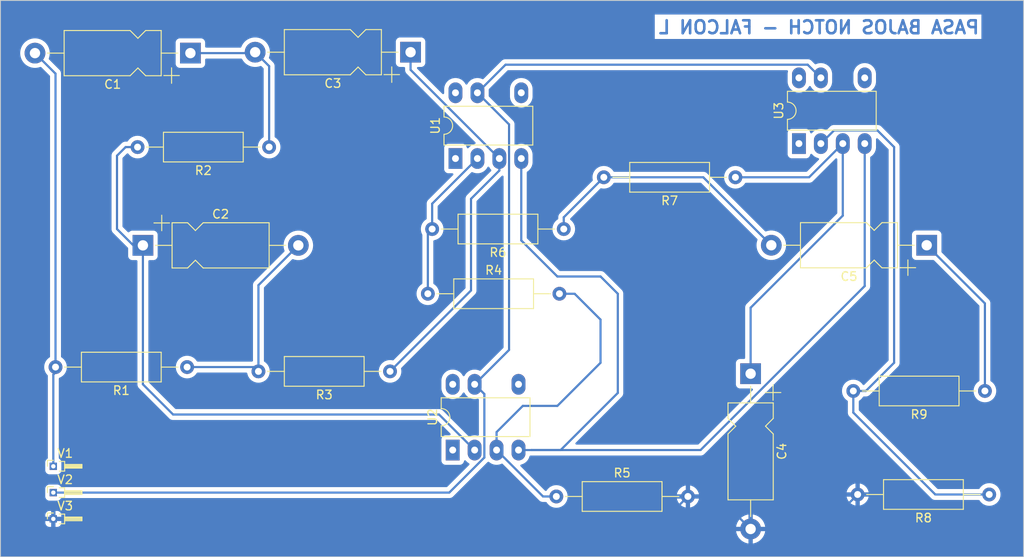
<source format=kicad_pcb>
(kicad_pcb (version 20240108) (generator "pcbnew") (generator_version "8.0")
  (layers (0 "F.Cu" signal) (31 "B.Cu" signal) (34 "B.Paste" user) (35 "F.Paste" user) (36 "B.SilkS" user "B.Silkscreen") (37 "F.SilkS" user "F.Silkscreen") (38 "B.Mask" user) (39 "F.Mask" user) (44 "Edge.Cuts" user))
  (net 0 "")
  (net 1 "Net-(C1-Pad1)")
  (net 2 "Net-(U2--)")
  (net 3 "Net-(C2-Pad2)")
  (net 4 "Net-(U1-+)")
  (net 5 "Net-(U3-+)")
  (net 6 "GND")
  (net 7 "Net-(C5-Pad2)")
  (net 8 "Vout")
  (net 9 "Net-(U1--)")
  (net 10 "Net-(U2-+)")
  (net 11 "Net-(U3--)")
  (net 21 "Net-(C1-Pad2)")
  (net 22 "VEE")
  (net 23 "VCC")
  (footprint "Resistor_THT:R_Axial_DIN0309_L9.0mm_D3.2mm_P15.24mm_Horizontal" (layer "F.Cu") (at 209.015 120.27 180)
    (property "Reference" "R8" (at 7.62 -2.72 0) (layer "F.SilkS"))
    (property "Value" "13K7")
    (fp_line (start 14.2 0) (end 12.24 0) (stroke (width 0.12)) (layer "F.SilkS"))
    (fp_line (start 12.24 1.72) (end 12.24 -1.72) (stroke (width 0.12)) (layer "F.SilkS"))
    (fp_line (start 12.24 -1.72) (end 3 -1.72) (stroke (width 0.12)) (layer "F.SilkS"))
    (fp_line (start 3 1.72) (end 12.24 1.72) (stroke (width 0.12)) (layer "F.SilkS"))
    (fp_line (start 3 -1.72) (end 3 1.72) (stroke (width 0.12)) (layer "F.SilkS"))
    (fp_line (start 1.04 0) (end 3 0) (stroke (width 0.12)) (layer "F.SilkS"))
    (pad "1" thru_hole circle (at 0 0 180) (size 1.6 1.6) (drill 0.8) (layers "*.Cu" "*.Mask") (net 11 "Net-(U3--)"))
    (pad "2" thru_hole oval (at 15.24 0 180) (size 1.6 1.6) (drill 0.8) (layers "*.Cu" "*.Mask") (net 6 "GND"))
  )
  (footprint "Resistor_THT:R_Axial_DIN0309_L9.0mm_D3.2mm_P15.24mm_Horizontal" (layer "F.Cu") (at 144 97)
    (property "Reference" "R4" (at 7.62 -2.72 360) (layer "F.SilkS"))
    (property "Value" "6K09")
    (fp_line (start 1.04 0) (end 3 0) (stroke (width 0.12)) (layer "F.SilkS"))
    (fp_line (start 3 -1.72) (end 3 1.72) (stroke (width 0.12)) (layer "F.SilkS"))
    (fp_line (start 3 1.72) (end 12.24 1.72) (stroke (width 0.12)) (layer "F.SilkS"))
    (fp_line (start 12.24 -1.72) (end 3 -1.72) (stroke (width 0.12)) (layer "F.SilkS"))
    (fp_line (start 12.24 1.72) (end 12.24 -1.72) (stroke (width 0.12)) (layer "F.SilkS"))
    (fp_line (start 14.2 0) (end 12.24 0) (stroke (width 0.12)) (layer "F.SilkS"))
    (pad "1" thru_hole circle (at 0 0) (size 1.6 1.6) (drill 0.8) (layers "*.Cu" "*.Mask") (net 9 "Net-(U1--)"))
    (pad "2" thru_hole oval (at 15.24 0) (size 1.6 1.6) (drill 0.8) (layers "*.Cu" "*.Mask") (net 10 "Net-(U2-+)"))
  )
  (footprint "Package_DIP:PowerIntegrations_PDIP-8B" (layer "F.Cu") (at 147.2 81.325 90)
    (property "Reference" "U1" (at 3.81 -2.33 90) (layer "F.SilkS"))
    (property "Value" "TL081")
    (fp_line (start 6.06 -1.33) (end 4.81 -1.33) (stroke (width 0.12)) (layer "F.SilkS"))
    (fp_line (start 2.81 -1.33) (end 1.56 -1.33) (stroke (width 0.12)) (layer "F.SilkS"))
    (fp_line (start 1.56 -1.33) (end 1.56 8.95) (stroke (width 0.12)) (layer "F.SilkS"))
    (fp_line (start 6.06 8.95) (end 6.06 -1.33) (stroke (width 0.12)) (layer "F.SilkS"))
    (fp_line (start 1.56 8.95) (end 6.06 8.95) (stroke (width 0.12)) (layer "F.SilkS"))
    (fp_arc (start 4.81 -1.33) (mid 3.81 -0.33) (end 2.81 -1.33) (stroke (width 0.12)) (layer "F.SilkS"))
    (pad "1" thru_hole rect (at 0 0 90) (size 2.4 1.6) (drill 0.8) (layers "*.Cu" "*.Mask"))
    (pad "2" thru_hole oval (at 0 2.54 90) (size 2.4 1.6) (drill 0.8) (layers "*.Cu" "*.Mask") (net 9 "Net-(U1--)"))
    (pad "3" thru_hole oval (at 0 5.08 90) (size 2.4 1.6) (drill 0.8) (layers "*.Cu" "*.Mask") (net 4 "Net-(U1-+)"))
    (pad "4" thru_hole oval (at 0 7.62 90) (size 2.4 1.6) (drill 0.8) (layers "*.Cu" "*.Mask") (net 22 "VEE"))
    (pad "5" thru_hole oval (at 7.62 7.62 90) (size 2.4 1.6) (drill 0.8) (layers "*.Cu" "*.Mask"))
    (pad "7" thru_hole oval (at 7.62 2.54 90) (size 2.4 1.6) (drill 0.8) (layers "*.Cu" "*.Mask") (net 23 "VCC"))
    (pad "8" thru_hole oval (at 7.62 0 90) (size 2.4 1.6) (drill 0.8) (layers "*.Cu" "*.Mask"))
  )
  (footprint "Resistor_THT:R_Axial_DIN0309_L9.0mm_D3.2mm_P15.24mm_Horizontal" (layer "F.Cu") (at 159.74 89.5 180)
    (property "Reference" "R6" (at 7.62 -2.72 0) (layer "F.SilkS"))
    (property "Value" "13K7")
    (fp_line (start 14.2 0) (end 12.24 0) (stroke (width 0.12)) (layer "F.SilkS"))
    (fp_line (start 12.24 1.72) (end 12.24 -1.72) (stroke (width 0.12)) (layer "F.SilkS"))
    (fp_line (start 12.24 -1.72) (end 3 -1.72) (stroke (width 0.12)) (layer "F.SilkS"))
    (fp_line (start 3 1.72) (end 12.24 1.72) (stroke (width 0.12)) (layer "F.SilkS"))
    (fp_line (start 3 -1.72) (end 3 1.72) (stroke (width 0.12)) (layer "F.SilkS"))
    (fp_line (start 1.04 0) (end 3 0) (stroke (width 0.12)) (layer "F.SilkS"))
    (pad "1" thru_hole circle (at 0 0 180) (size 1.6 1.6) (drill 0.8) (layers "*.Cu" "*.Mask") (net 7 "Net-(C5-Pad2)"))
    (pad "2" thru_hole oval (at 15.24 0 180) (size 1.6 1.6) (drill 0.8) (layers "*.Cu" "*.Mask") (net 9 "Net-(U1--)"))
  )
  (footprint "Resistor_THT:R_Axial_DIN0309_L9.0mm_D3.2mm_P15.24mm_Horizontal" (layer "F.Cu") (at 139.62 106 180)
    (property "Reference" "R3" (at 7.62 -2.72 0) (layer "F.SilkS"))
    (property "Value" "200K")
    (fp_line (start 14.2 0) (end 12.24 0) (stroke (width 0.12)) (layer "F.SilkS"))
    (fp_line (start 12.24 1.72) (end 12.24 -1.72) (stroke (width 0.12)) (layer "F.SilkS"))
    (fp_line (start 12.24 -1.72) (end 3 -1.72) (stroke (width 0.12)) (layer "F.SilkS"))
    (fp_line (start 3 1.72) (end 12.24 1.72) (stroke (width 0.12)) (layer "F.SilkS"))
    (fp_line (start 3 -1.72) (end 3 1.72) (stroke (width 0.12)) (layer "F.SilkS"))
    (fp_line (start 1.04 0) (end 3 0) (stroke (width 0.12)) (layer "F.SilkS"))
    (pad "1" thru_hole circle (at 0 0 180) (size 1.6 1.6) (drill 0.8) (layers "*.Cu" "*.Mask") (net 4 "Net-(U1-+)"))
    (pad "2" thru_hole oval (at 15.24 0 180) (size 1.6 1.6) (drill 0.8) (layers "*.Cu" "*.Mask") (net 3 "Net-(C2-Pad2)"))
  )
  (footprint "Resistor_THT:R_Axial_DIN0309_L9.0mm_D3.2mm_P15.24mm_Horizontal" (layer "F.Cu") (at 116.12 105.5 180)
    (property "Reference" "R1" (at 7.62 -2.72 0) (layer "F.SilkS"))
    (property "Value" "200K")
    (fp_line (start 14.2 0) (end 12.24 0) (stroke (width 0.12)) (layer "F.SilkS"))
    (fp_line (start 12.24 1.72) (end 12.24 -1.72) (stroke (width 0.12)) (layer "F.SilkS"))
    (fp_line (start 12.24 -1.72) (end 3 -1.72) (stroke (width 0.12)) (layer "F.SilkS"))
    (fp_line (start 3 1.72) (end 12.24 1.72) (stroke (width 0.12)) (layer "F.SilkS"))
    (fp_line (start 3 -1.72) (end 3 1.72) (stroke (width 0.12)) (layer "F.SilkS"))
    (fp_line (start 1.04 0) (end 3 0) (stroke (width 0.12)) (layer "F.SilkS"))
    (pad "1" thru_hole circle (at 0 0 180) (size 1.6 1.6) (drill 0.8) (layers "*.Cu" "*.Mask") (net 3 "Net-(C2-Pad2)"))
    (pad "2" thru_hole oval (at 15.24 0 180) (size 1.6 1.6) (drill 0.8) (layers "*.Cu" "*.Mask") (net 21 "Net-(C1-Pad2)"))
  )
  (footprint "Package_DIP:PowerIntegrations_PDIP-8B" (layer "F.Cu") (at 186.975 79.595 90)
    (property "Reference" "U3" (at 3.81 -2.33 90) (layer "F.SilkS"))
    (property "Value" "TL081")
    (fp_line (start 6.06 -1.33) (end 4.81 -1.33) (stroke (width 0.12)) (layer "F.SilkS"))
    (fp_line (start 2.81 -1.33) (end 1.56 -1.33) (stroke (width 0.12)) (layer "F.SilkS"))
    (fp_line (start 1.56 -1.33) (end 1.56 8.95) (stroke (width 0.12)) (layer "F.SilkS"))
    (fp_line (start 6.06 8.95) (end 6.06 -1.33) (stroke (width 0.12)) (layer "F.SilkS"))
    (fp_line (start 1.56 8.95) (end 6.06 8.95) (stroke (width 0.12)) (layer "F.SilkS"))
    (fp_arc (start 4.81 -1.33) (mid 3.81 -0.33) (end 2.81 -1.33) (stroke (width 0.12)) (layer "F.SilkS"))
    (pad "1" thru_hole rect (at 0 0 90) (size 2.4 1.6) (drill 0.8) (layers "*.Cu" "*.Mask"))
    (pad "2" thru_hole oval (at 0 2.54 90) (size 2.4 1.6) (drill 0.8) (layers "*.Cu" "*.Mask") (net 11 "Net-(U3--)"))
    (pad "3" thru_hole oval (at 0 5.08 90) (size 2.4 1.6) (drill 0.8) (layers "*.Cu" "*.Mask") (net 5 "Net-(U3-+)"))
    (pad "4" thru_hole oval (at 0 7.62 90) (size 2.4 1.6) (drill 0.8) (layers "*.Cu" "*.Mask") (net 22 "VEE"))
    (pad "5" thru_hole oval (at 7.62 7.62 90) (size 2.4 1.6) (drill 0.8) (layers "*.Cu" "*.Mask"))
    (pad "7" thru_hole oval (at 7.62 2.54 90) (size 2.4 1.6) (drill 0.8) (layers "*.Cu" "*.Mask") (net 23 "VCC"))
    (pad "8" thru_hole oval (at 7.62 0 90) (size 2.4 1.6) (drill 0.8) (layers "*.Cu" "*.Mask"))
  )
  (footprint "Connector_PinHeader_1.00mm:PinHeader_1x01_P1.00mm_Horizontal" (layer "F.Cu") (at 100.625 120.05)
    (property "Reference" "V2" (at 1.375 -1.5 0) (layer "F.SilkS"))
    (property "Value" "5")
    (fp_line (start -0.685 -0.685) (end 0 -0.685) (stroke (width 0.12)) (layer "F.SilkS"))
    (fp_line (start -0.685 0) (end -0.685 -0.685) (stroke (width 0.12)) (layer "F.SilkS"))
    (fp_line (start 0.685 -0.56) (end 1.31 -0.56) (stroke (width 0.12)) (layer "F.SilkS"))
    (fp_line (start 1.31 -0.56) (end 1.31 0.56) (stroke (width 0.12)) (layer "F.SilkS"))
    (fp_line (start 1.31 -0.21) (end 3.31 -0.21) (stroke (width 0.12)) (layer "F.SilkS"))
    (fp_line (start 1.31 -0.15) (end 3.31 -0.15) (stroke (width 0.12)) (layer "F.SilkS"))
    (fp_line (start 1.31 -0.03) (end 3.31 -0.03) (stroke (width 0.12)) (layer "F.SilkS"))
    (fp_line (start 1.31 0.09) (end 3.31 0.09) (stroke (width 0.12)) (layer "F.SilkS"))
    (fp_line (start 1.31 0.56) (end 0.685 0.56) (stroke (width 0.12)) (layer "F.SilkS"))
    (fp_line (start 3.31 -0.21) (end 3.31 0.21) (stroke (width 0.12)) (layer "F.SilkS"))
    (fp_line (start 3.31 0.21) (end 1.31 0.21) (stroke (width 0.12)) (layer "F.SilkS"))
    (pad "1" thru_hole rect (at 0 0) (size 0.85 0.85) (drill 0.5) (layers "*.Cu" "*.Mask") (net 23 "VCC"))
  )
  (footprint "Capacitor_THT:CP_Axial_L11.0mm_D5.0mm_P18.00mm_Horizontal" (layer "F.Cu") (at 181.3825 106.27 -90)
    (property "Reference" "C4" (at 9 -3.62 90) (layer "F.SilkS"))
    (property "Value" "10n")
    (fp_line (start 3.38 2.62) (end 5.18 2.62) (stroke (width 0.12)) (layer "F.SilkS"))
    (fp_line (start 5.18 2.62) (end 6.08 1.72) (stroke (width 0.12)) (layer "F.SilkS"))
    (fp_line (start 6.98 2.62) (end 14.62 2.62) (stroke (width 0.12)) (layer "F.SilkS"))
    (fp_line (start 6.08 1.72) (end 6.98 2.62) (stroke (width 0.12)) (layer "F.SilkS"))
    (fp_line (start 1.44 0) (end 3.38 0) (stroke (width 0.12)) (layer "F.SilkS"))
    (fp_line (start 16.56 0) (end 14.62 0) (stroke (width 0.12)) (layer "F.SilkS"))
    (fp_line (start 6.08 -1.72) (end 6.98 -2.62) (stroke (width 0.12)) (layer "F.SilkS"))
    (fp_line (start 1.28 -2.6) (end 3.08 -2.6) (stroke (width 0.12)) (layer "F.SilkS"))
    (fp_line (start 3.38 -2.62) (end 3.38 2.62) (stroke (width 0.12)) (layer "F.SilkS"))
    (fp_line (start 3.38 -2.62) (end 5.18 -2.62) (stroke (width 0.12)) (layer "F.SilkS"))
    (fp_line (start 5.18 -2.62) (end 6.08 -1.72) (stroke (width 0.12)) (layer "F.SilkS"))
    (fp_line (start 6.98 -2.62) (end 14.62 -2.62) (stroke (width 0.12)) (layer "F.SilkS"))
    (fp_line (start 14.62 -2.62) (end 14.62 2.62) (stroke (width 0.12)) (layer "F.SilkS"))
    (fp_line (start 2.18 -3.5) (end 2.18 -1.7) (stroke (width 0.12)) (layer "F.SilkS"))
    (pad "1" thru_hole rect (at 0 0 270) (size 2.4 2.4) (drill 1.2) (layers "*.Cu" "*.Mask") (net 5 "Net-(U3-+)"))
    (pad "2" thru_hole oval (at 18 0 270) (size 2.4 2.4) (drill 1.2) (layers "*.Cu" "*.Mask") (net 6 "GND"))
  )
  (footprint "Resistor_THT:R_Axial_DIN0309_L9.0mm_D3.2mm_P15.24mm_Horizontal" (layer "F.Cu") (at 179.62 83.5 180)
    (property "Reference" "R7" (at 7.62 -2.72 0) (layer "F.SilkS"))
    (property "Value" "13K7")
    (fp_line (start 14.2 0) (end 12.24 0) (stroke (width 0.12)) (layer "F.SilkS"))
    (fp_line (start 12.24 1.72) (end 12.24 -1.72) (stroke (width 0.12)) (layer "F.SilkS"))
    (fp_line (start 12.24 -1.72) (end 3 -1.72) (stroke (width 0.12)) (layer "F.SilkS"))
    (fp_line (start 3 1.72) (end 12.24 1.72) (stroke (width 0.12)) (layer "F.SilkS"))
    (fp_line (start 3 -1.72) (end 3 1.72) (stroke (width 0.12)) (layer "F.SilkS"))
    (fp_line (start 1.04 0) (end 3 0) (stroke (width 0.12)) (layer "F.SilkS"))
    (pad "1" thru_hole circle (at 0 0 180) (size 1.6 1.6) (drill 0.8) (layers "*.Cu" "*.Mask") (net 5 "Net-(U3-+)"))
    (pad "2" thru_hole oval (at 15.24 0 180) (size 1.6 1.6) (drill 0.8) (layers "*.Cu" "*.Mask") (net 7 "Net-(C5-Pad2)"))
  )
  (footprint "Resistor_THT:R_Axial_DIN0309_L9.0mm_D3.2mm_P15.24mm_Horizontal" (layer "F.Cu") (at 158.88 120.5)
    (property "Reference" "R5" (at 7.62 -2.72 360) (layer "F.SilkS"))
    (property "Value" "93K1")
    (fp_line (start 1.04 0) (end 3 0) (stroke (width 0.12)) (layer "F.SilkS"))
    (fp_line (start 3 -1.72) (end 3 1.72) (stroke (width 0.12)) (layer "F.SilkS"))
    (fp_line (start 3 1.72) (end 12.24 1.72) (stroke (width 0.12)) (layer "F.SilkS"))
    (fp_line (start 12.24 -1.72) (end 3 -1.72) (stroke (width 0.12)) (layer "F.SilkS"))
    (fp_line (start 12.24 1.72) (end 12.24 -1.72) (stroke (width 0.12)) (layer "F.SilkS"))
    (fp_line (start 14.2 0) (end 12.24 0) (stroke (width 0.12)) (layer "F.SilkS"))
    (pad "1" thru_hole circle (at 0 0) (size 1.6 1.6) (drill 0.8) (layers "*.Cu" "*.Mask") (net 10 "Net-(U2-+)"))
    (pad "2" thru_hole oval (at 15.24 0) (size 1.6 1.6) (drill 0.8) (layers "*.Cu" "*.Mask") (net 6 "GND"))
  )
  (footprint "Resistor_THT:R_Axial_DIN0309_L9.0mm_D3.2mm_P15.24mm_Horizontal" (layer "F.Cu") (at 125.62 80 180)
    (property "Reference" "R2" (at 7.62 -2.72 0) (layer "F.SilkS"))
    (property "Value" "100K")
    (fp_line (start 14.2 0) (end 12.24 0) (stroke (width 0.12)) (layer "F.SilkS"))
    (fp_line (start 12.24 1.72) (end 12.24 -1.72) (stroke (width 0.12)) (layer "F.SilkS"))
    (fp_line (start 12.24 -1.72) (end 3 -1.72) (stroke (width 0.12)) (layer "F.SilkS"))
    (fp_line (start 3 1.72) (end 12.24 1.72) (stroke (width 0.12)) (layer "F.SilkS"))
    (fp_line (start 3 -1.72) (end 3 1.72) (stroke (width 0.12)) (layer "F.SilkS"))
    (fp_line (start 1.04 0) (end 3 0) (stroke (width 0.12)) (layer "F.SilkS"))
    (pad "1" thru_hole circle (at 0 0 180) (size 1.6 1.6) (drill 0.8) (layers "*.Cu" "*.Mask") (net 1 "Net-(C1-Pad1)"))
    (pad "2" thru_hole oval (at 15.24 0 180) (size 1.6 1.6) (drill 0.8) (layers "*.Cu" "*.Mask") (net 2 "Net-(U2--)"))
  )
  (footprint "Resistor_THT:R_Axial_DIN0309_L9.0mm_D3.2mm_P15.24mm_Horizontal" (layer "F.Cu") (at 208.515 108.27 180)
    (property "Reference" "R9" (at 7.62 -2.72 0) (layer "F.SilkS"))
    (property "Value" "5K3")
    (fp_line (start 14.2 0) (end 12.24 0) (stroke (width 0.12)) (layer "F.SilkS"))
    (fp_line (start 12.24 1.72) (end 12.24 -1.72) (stroke (width 0.12)) (layer "F.SilkS"))
    (fp_line (start 12.24 -1.72) (end 3 -1.72) (stroke (width 0.12)) (layer "F.SilkS"))
    (fp_line (start 3 1.72) (end 12.24 1.72) (stroke (width 0.12)) (layer "F.SilkS"))
    (fp_line (start 3 -1.72) (end 3 1.72) (stroke (width 0.12)) (layer "F.SilkS"))
    (fp_line (start 1.04 0) (end 3 0) (stroke (width 0.12)) (layer "F.SilkS"))
    (pad "1" thru_hole circle (at 0 0 180) (size 1.6 1.6) (drill 0.8) (layers "*.Cu" "*.Mask") (net 8 "Vout"))
    (pad "2" thru_hole oval (at 15.24 0 180) (size 1.6 1.6) (drill 0.8) (layers "*.Cu" "*.Mask") (net 11 "Net-(U3--)"))
  )
  (footprint "Capacitor_THT:CP_Axial_L11.0mm_D5.0mm_P18.00mm_Horizontal" (layer "F.Cu") (at 116.5 69.1075 180)
    (property "Reference" "C1" (at 9 -3.62 0) (layer "F.SilkS"))
    (property "Value" "10n")
    (fp_line (start 16.56 0) (end 14.62 0) (stroke (width 0.12)) (layer "F.SilkS"))
    (fp_line (start 14.62 -2.62) (end 14.62 2.62) (stroke (width 0.12)) (layer "F.SilkS"))
    (fp_line (start 6.98 2.62) (end 14.62 2.62) (stroke (width 0.12)) (layer "F.SilkS"))
    (fp_line (start 6.98 -2.62) (end 14.62 -2.62) (stroke (width 0.12)) (layer "F.SilkS"))
    (fp_line (start 6.08 1.72) (end 6.98 2.62) (stroke (width 0.12)) (layer "F.SilkS"))
    (fp_line (start 6.08 -1.72) (end 6.98 -2.62) (stroke (width 0.12)) (layer "F.SilkS"))
    (fp_line (start 5.18 2.62) (end 6.08 1.72) (stroke (width 0.12)) (layer "F.SilkS"))
    (fp_line (start 5.18 -2.62) (end 6.08 -1.72) (stroke (width 0.12)) (layer "F.SilkS"))
    (fp_line (start 3.38 2.62) (end 5.18 2.62) (stroke (width 0.12)) (layer "F.SilkS"))
    (fp_line (start 3.38 -2.62) (end 5.18 -2.62) (stroke (width 0.12)) (layer "F.SilkS"))
    (fp_line (start 3.38 -2.62) (end 3.38 2.62) (stroke (width 0.12)) (layer "F.SilkS"))
    (fp_line (start 2.18 -3.5) (end 2.18 -1.7) (stroke (width 0.12)) (layer "F.SilkS"))
    (fp_line (start 1.44 0) (end 3.38 0) (stroke (width 0.12)) (layer "F.SilkS"))
    (fp_line (start 1.28 -2.6) (end 3.08 -2.6) (stroke (width 0.12)) (layer "F.SilkS"))
    (pad "1" thru_hole rect (at 0 0 180) (size 2.4 2.4) (drill 1.2) (layers "*.Cu" "*.Mask") (net 1 "Net-(C1-Pad1)"))
    (pad "2" thru_hole oval (at 18 0 180) (size 2.4 2.4) (drill 1.2) (layers "*.Cu" "*.Mask") (net 21 "Net-(C1-Pad2)"))
  )
  (footprint "Capacitor_THT:CP_Axial_L11.0mm_D5.0mm_P18.00mm_Horizontal" (layer "F.Cu") (at 111 91.3925)
    (property "Reference" "C2" (at 9 -3.62 0) (layer "F.SilkS"))
    (property "Value" "C")
    (fp_line (start 1.28 -2.6) (end 3.08 -2.6) (stroke (width 0.12)) (layer "F.SilkS"))
    (fp_line (start 1.44 0) (end 3.38 0) (stroke (width 0.12)) (layer "F.SilkS"))
    (fp_line (start 2.18 -3.5) (end 2.18 -1.7) (stroke (width 0.12)) (layer "F.SilkS"))
    (fp_line (start 3.38 -2.62) (end 3.38 2.62) (stroke (width 0.12)) (layer "F.SilkS"))
    (fp_line (start 3.38 -2.62) (end 5.18 -2.62) (stroke (width 0.12)) (layer "F.SilkS"))
    (fp_line (start 3.38 2.62) (end 5.18 2.62) (stroke (width 0.12)) (layer "F.SilkS"))
    (fp_line (start 5.18 -2.62) (end 6.08 -1.72) (stroke (width 0.12)) (layer "F.SilkS"))
    (fp_line (start 5.18 2.62) (end 6.08 1.72) (stroke (width 0.12)) (layer "F.SilkS"))
    (fp_line (start 6.08 -1.72) (end 6.98 -2.62) (stroke (width 0.12)) (layer "F.SilkS"))
    (fp_line (start 6.08 1.72) (end 6.98 2.62) (stroke (width 0.12)) (layer "F.SilkS"))
    (fp_line (start 6.98 -2.62) (end 14.62 -2.62) (stroke (width 0.12)) (layer "F.SilkS"))
    (fp_line (start 6.98 2.62) (end 14.62 2.62) (stroke (width 0.12)) (layer "F.SilkS"))
    (fp_line (start 14.62 -2.62) (end 14.62 2.62) (stroke (width 0.12)) (layer "F.SilkS"))
    (fp_line (start 16.56 0) (end 14.62 0) (stroke (width 0.12)) (layer "F.SilkS"))
    (pad "1" thru_hole rect (at 0 0) (size 2.4 2.4) (drill 1.2) (layers "*.Cu" "*.Mask") (net 2 "Net-(U2--)"))
    (pad "2" thru_hole oval (at 18 0) (size 2.4 2.4) (drill 1.2) (layers "*.Cu" "*.Mask") (net 3 "Net-(C2-Pad2)"))
  )
  (footprint "Package_DIP:PowerIntegrations_PDIP-8B" (layer "F.Cu") (at 146.88 115.12 90)
    (property "Reference" "U2" (at 3.81 -2.33 90) (layer "F.SilkS"))
    (property "Value" "TL081")
    (fp_line (start 6.06 -1.33) (end 4.81 -1.33) (stroke (width 0.12)) (layer "F.SilkS"))
    (fp_line (start 2.81 -1.33) (end 1.56 -1.33) (stroke (width 0.12)) (layer "F.SilkS"))
    (fp_line (start 1.56 -1.33) (end 1.56 8.95) (stroke (width 0.12)) (layer "F.SilkS"))
    (fp_line (start 6.06 8.95) (end 6.06 -1.33) (stroke (width 0.12)) (layer "F.SilkS"))
    (fp_line (start 1.56 8.95) (end 6.06 8.95) (stroke (width 0.12)) (layer "F.SilkS"))
    (fp_arc (start 4.81 -1.33) (mid 3.81 -0.33) (end 2.81 -1.33) (stroke (width 0.12)) (layer "F.SilkS"))
    (pad "1" thru_hole rect (at 0 0 90) (size 2.4 1.6) (drill 0.8) (layers "*.Cu" "*.Mask"))
    (pad "2" thru_hole oval (at 0 2.54 90) (size 2.4 1.6) (drill 0.8) (layers "*.Cu" "*.Mask") (net 2 "Net-(U2--)"))
    (pad "3" thru_hole oval (at 0 5.08 90) (size 2.4 1.6) (drill 0.8) (layers "*.Cu" "*.Mask") (net 10 "Net-(U2-+)"))
    (pad "4" thru_hole oval (at 0 7.62 90) (size 2.4 1.6) (drill 0.8) (layers "*.Cu" "*.Mask") (net 22 "VEE"))
    (pad "5" thru_hole oval (at 7.62 7.62 90) (size 2.4 1.6) (drill 0.8) (layers "*.Cu" "*.Mask"))
    (pad "7" thru_hole oval (at 7.62 2.54 90) (size 2.4 1.6) (drill 0.8) (layers "*.Cu" "*.Mask") (net 23 "VCC"))
    (pad "8" thru_hole oval (at 7.62 0 90) (size 2.4 1.6) (drill 0.8) (layers "*.Cu" "*.Mask"))
  )
  (footprint "Capacitor_THT:CP_Axial_L11.0mm_D5.0mm_P18.00mm_Horizontal" (layer "F.Cu") (at 201.775 91.3775 180)
    (property "Reference" "C5" (at 9 -3.62 0) (layer "F.SilkS"))
    (property "Value" "10n")
    (fp_line (start 16.56 0) (end 14.62 0) (stroke (width 0.12)) (layer "F.SilkS"))
    (fp_line (start 14.62 -2.62) (end 14.62 2.62) (stroke (width 0.12)) (layer "F.SilkS"))
    (fp_line (start 6.98 2.62) (end 14.62 2.62) (stroke (width 0.12)) (layer "F.SilkS"))
    (fp_line (start 6.98 -2.62) (end 14.62 -2.62) (stroke (width 0.12)) (layer "F.SilkS"))
    (fp_line (start 6.08 1.72) (end 6.98 2.62) (stroke (width 0.12)) (layer "F.SilkS"))
    (fp_line (start 6.08 -1.72) (end 6.98 -2.62) (stroke (width 0.12)) (layer "F.SilkS"))
    (fp_line (start 5.18 2.62) (end 6.08 1.72) (stroke (width 0.12)) (layer "F.SilkS"))
    (fp_line (start 5.18 -2.62) (end 6.08 -1.72) (stroke (width 0.12)) (layer "F.SilkS"))
    (fp_line (start 3.38 2.62) (end 5.18 2.62) (stroke (width 0.12)) (layer "F.SilkS"))
    (fp_line (start 3.38 -2.62) (end 5.18 -2.62) (stroke (width 0.12)) (layer "F.SilkS"))
    (fp_line (start 3.38 -2.62) (end 3.38 2.62) (stroke (width 0.12)) (layer "F.SilkS"))
    (fp_line (start 2.18 -3.5) (end 2.18 -1.7) (stroke (width 0.12)) (layer "F.SilkS"))
    (fp_line (start 1.44 0) (end 3.38 0) (stroke (width 0.12)) (layer "F.SilkS"))
    (fp_line (start 1.28 -2.6) (end 3.08 -2.6) (stroke (width 0.12)) (layer "F.SilkS"))
    (pad "1" thru_hole rect (at 0 0 180) (size 2.4 2.4) (drill 1.2) (layers "*.Cu" "*.Mask") (net 8 "Vout"))
    (pad "2" thru_hole oval (at 18 0 180) (size 2.4 2.4) (drill 1.2) (layers "*.Cu" "*.Mask") (net 7 "Net-(C5-Pad2)"))
  )
  (footprint "Capacitor_THT:CP_Axial_L11.0mm_D5.0mm_P18.00mm_Horizontal" (layer "F.Cu") (at 142 69 180)
    (property "Reference" "C3" (at 9 -3.62 0) (layer "F.SilkS"))
    (property "Value" "10n")
    (fp_line (start 16.56 0) (end 14.62 0) (stroke (width 0.12)) (layer "F.SilkS"))
    (fp_line (start 14.62 -2.62) (end 14.62 2.62) (stroke (width 0.12)) (layer "F.SilkS"))
    (fp_line (start 6.98 2.62) (end 14.62 2.62) (stroke (width 0.12)) (layer "F.SilkS"))
    (fp_line (start 6.98 -2.62) (end 14.62 -2.62) (stroke (width 0.12)) (layer "F.SilkS"))
    (fp_line (start 6.08 1.72) (end 6.98 2.62) (stroke (width 0.12)) (layer "F.SilkS"))
    (fp_line (start 6.08 -1.72) (end 6.98 -2.62) (stroke (width 0.12)) (layer "F.SilkS"))
    (fp_line (start 5.18 2.62) (end 6.08 1.72) (stroke (width 0.12)) (layer "F.SilkS"))
    (fp_line (start 5.18 -2.62) (end 6.08 -1.72) (stroke (width 0.12)) (layer "F.SilkS"))
    (fp_line (start 3.38 2.62) (end 5.18 2.62) (stroke (width 0.12)) (layer "F.SilkS"))
    (fp_line (start 3.38 -2.62) (end 5.18 -2.62) (stroke (width 0.12)) (layer "F.SilkS"))
    (fp_line (start 3.38 -2.62) (end 3.38 2.62) (stroke (width 0.12)) (layer "F.SilkS"))
    (fp_line (start 2.18 -3.5) (end 2.18 -1.7) (stroke (width 0.12)) (layer "F.SilkS"))
    (fp_line (start 1.44 0) (end 3.38 0) (stroke (width 0.12)) (layer "F.SilkS"))
    (fp_line (start 1.28 -2.6) (end 3.08 -2.6) (stroke (width 0.12)) (layer "F.SilkS"))
    (pad "1" thru_hole rect (at 0 0 180) (size 2.4 2.4) (drill 1.2) (layers "*.Cu" "*.Mask") (net 4 "Net-(U1-+)"))
    (pad "2" thru_hole oval (at 18 0 180) (size 2.4 2.4) (drill 1.2) (layers "*.Cu" "*.Mask") (net 1 "Net-(C1-Pad1)"))
  )
  (footprint "Connector_PinHeader_1.00mm:PinHeader_1x01_P1.00mm_Horizontal" (layer "F.Cu") (at 100.625 117)
    (property "Reference" "V1" (at 1.375 -1.5 0) (layer "F.SilkS"))
    (property "Value" "1")
    (fp_line (start -0.685 -0.685) (end 0 -0.685) (stroke (width 0.12)) (layer "F.SilkS"))
    (fp_line (start -0.685 0) (end -0.685 -0.685) (stroke (width 0.12)) (layer "F.SilkS"))
    (fp_line (start 0.685 -0.56) (end 1.31 -0.56) (stroke (width 0.12)) (layer "F.SilkS"))
    (fp_line (start 1.31 -0.56) (end 1.31 0.56) (stroke (width 0.12)) (layer "F.SilkS"))
    (fp_line (start 1.31 -0.21) (end 3.31 -0.21) (stroke (width 0.12)) (layer "F.SilkS"))
    (fp_line (start 1.31 -0.15) (end 3.31 -0.15) (stroke (width 0.12)) (layer "F.SilkS"))
    (fp_line (start 1.31 -0.03) (end 3.31 -0.03) (stroke (width 0.12)) (layer "F.SilkS"))
    (fp_line (start 1.31 0.09) (end 3.31 0.09) (stroke (width 0.12)) (layer "F.SilkS"))
    (fp_line (start 1.31 0.56) (end 0.685 0.56) (stroke (width 0.12)) (layer "F.SilkS"))
    (fp_line (start 3.31 -0.21) (end 3.31 0.21) (stroke (width 0.12)) (layer "F.SilkS"))
    (fp_line (start 3.31 0.21) (end 1.31 0.21) (stroke (width 0.12)) (layer "F.SilkS"))
    (pad "1" thru_hole rect (at 0 0) (size 0.85 0.85) (drill 0.5) (layers "*.Cu" "*.Mask") (net 21 "Net-(C1-Pad2)"))
  )
  (footprint "Connector_PinHeader_1.00mm:PinHeader_1x01_P1.00mm_Horizontal" (layer "F.Cu") (at 100.625 123.1)
    (property "Reference" "V3" (at 1.375 -1.5 0) (layer "F.SilkS"))
    (property "Value" "5")
    (fp_line (start -0.685 -0.685) (end 0 -0.685) (stroke (width 0.12)) (layer "F.SilkS"))
    (fp_line (start -0.685 0) (end -0.685 -0.685) (stroke (width 0.12)) (layer "F.SilkS"))
    (fp_line (start 0.685 -0.56) (end 1.31 -0.56) (stroke (width 0.12)) (layer "F.SilkS"))
    (fp_line (start 1.31 -0.56) (end 1.31 0.56) (stroke (width 0.12)) (layer "F.SilkS"))
    (fp_line (start 1.31 -0.21) (end 3.31 -0.21) (stroke (width 0.12)) (layer "F.SilkS"))
    (fp_line (start 1.31 -0.15) (end 3.31 -0.15) (stroke (width 0.12)) (layer "F.SilkS"))
    (fp_line (start 1.31 -0.03) (end 3.31 -0.03) (stroke (width 0.12)) (layer "F.SilkS"))
    (fp_line (start 1.31 0.09) (end 3.31 0.09) (stroke (width 0.12)) (layer "F.SilkS"))
    (fp_line (start 1.31 0.56) (end 0.685 0.56) (stroke (width 0.12)) (layer "F.SilkS"))
    (fp_line (start 3.31 -0.21) (end 3.31 0.21) (stroke (width 0.12)) (layer "F.SilkS"))
    (fp_line (start 3.31 0.21) (end 1.31 0.21) (stroke (width 0.12)) (layer "F.SilkS"))
    (pad "1" thru_hole rect (at 0 0) (size 0.85 0.85) (drill 0.5) (layers "*.Cu" "*.Mask") (net 6 "GND"))
  )
  (gr_rect (start 94.5 63) (end 213 127.5) (stroke (width 0.1)) (fill none) (layer "Edge.Cuts"))
  (gr_text "PASA BAJOS NOTCH - FALCON L" (at 208 67 0) (layer "B.Cu") (effects (font (size 1.5 1.5) (thickness 0.3) (bold yes)) (justify left bottom mirror)))
  (segment (start 125.62 70.62) (end 124 69) (width 0.25) (layer "B.Cu") (net 1))
  (segment (start 125.62 80) (end 125.62 70.62) (width 0.25) (layer "B.Cu") (net 1))
  (segment (start 123.8925 69.1075) (end 124 69) (width 0.25) (layer "B.Cu") (net 1))
  (segment (start 116.5 69.1075) (end 123.8925 69.1075) (width 0.25) (layer "B.Cu") (net 1))
  (segment (start 111 91.3925) (end 111 107.5) (width 0.25) (layer "B.Cu") (net 2))
  (segment (start 111 91.3925) (end 109.8925 91.3925) (width 0.25) (layer "B.Cu") (net 2))
  (segment (start 108 89.5) (end 108 81) (width 0.25) (layer "B.Cu") (net 2))
  (segment (start 109 80) (end 110.38 80) (width 0.25) (layer "B.Cu") (net 2))
  (segment (start 111 107.5) (end 114.5 111) (width 0.25) (layer "B.Cu") (net 2))
  (segment (start 145.3 111) (end 149.42 115.12) (width 0.25) (layer "B.Cu") (net 2))
  (segment (start 108 81) (end 109 80) (width 0.25) (layer "B.Cu") (net 2))
  (segment (start 109.8925 91.3925) (end 108 89.5) (width 0.25) (layer "B.Cu") (net 2))
  (segment (start 114.5 111) (end 145.3 111) (width 0.25) (layer "B.Cu") (net 2))
  (segment (start 124.38 96.0125) (end 129 91.3925) (width 0.25) (layer "B.Cu") (net 3))
  (segment (start 116.12 105.5) (end 123.88 105.5) (width 0.25) (layer "B.Cu") (net 3))
  (segment (start 124.38 106) (end 124.38 96.0125) (width 0.25) (layer "B.Cu") (net 3))
  (segment (start 123.88 105.5) (end 124.38 106) (width 0.25) (layer "B.Cu") (net 3))
  (segment (start 139.62 106) (end 149 96.62) (width 0.25) (layer "B.Cu") (net 4))
  (segment (start 149 86) (end 152.28 82.72) (width 0.25) (layer "B.Cu") (net 4))
  (segment (start 142 71.045) (end 152.28 81.325) (width 0.25) (layer "B.Cu") (net 4))
  (segment (start 149 96.62) (end 149 86) (width 0.25) (layer "B.Cu") (net 4))
  (segment (start 142 69) (end 142 71.045) (width 0.25) (layer "B.Cu") (net 4))
  (segment (start 152.28 82.72) (end 152.28 81.325) (width 0.25) (layer "B.Cu") (net 4))
  (segment (start 188.15 83.5) (end 179.62 83.5) (width 0.25) (layer "B.Cu") (net 5))
  (segment (start 192.055 79.595) (end 188.15 83.5) (width 0.25) (layer "B.Cu") (net 5))
  (segment (start 181.3825 106.27) (end 181.27 106.27) (width 0.25) (layer "B.Cu") (net 5))
  (segment (start 181.3825 98.6175) (end 192.055 87.945) (width 0.25) (layer "B.Cu") (net 5))
  (segment (start 181.3825 106.27) (end 181.3825 98.6175) (width 0.25) (layer "B.Cu") (net 5))
  (segment (start 192.055 87.945) (end 192.055 79.595) (width 0.25) (layer "B.Cu") (net 5))
  (segment (start 182.23 106.27) (end 181.3825 106.27) (width 0.25) (layer "B.Cu") (net 5))
  (segment (start 177.6125 120.5) (end 174.12 120.5) (width 0.25) (layer "B.Cu") (net 6))
  (segment (start 171.52 123.1) (end 100.625 123.1) (width 0.25) (layer "B.Cu") (net 6))
  (segment (start 171.52 123.1) (end 174.12 120.5) (width 0.25) (layer "B.Cu") (net 6))
  (segment (start 181.3825 124.27) (end 189.775 124.27) (width 0.25) (layer "B.Cu") (net 6))
  (segment (start 189.775 124.27) (end 193.775 120.27) (width 0.25) (layer "B.Cu") (net 6))
  (segment (start 181.3825 124.27) (end 177.6125 120.5) (width 0.25) (layer "B.Cu") (net 6))
  (segment (start 175.8975 83.5) (end 183.775 91.3775) (width 0.25) (layer "B.Cu") (net 7))
  (segment (start 159.74 88.14) (end 164.38 83.5) (width 0.25) (layer "B.Cu") (net 7))
  (segment (start 159.74 89.5) (end 159.74 88.14) (width 0.25) (layer "B.Cu") (net 7))
  (segment (start 164.38 83.5) (end 175.8975 83.5) (width 0.25) (layer "B.Cu") (net 7))
  (segment (start 208.515 108.27) (end 208.515 98.1175) (width 0.25) (layer "B.Cu") (net 8))
  (segment (start 208.515 98.1175) (end 201.775 91.3775) (width 0.25) (layer "B.Cu") (net 8))
  (segment (start 144 90) (end 144.5 89.5) (width 0.25) (layer "B.Cu") (net 9))
  (segment (start 144.5 89.5) (end 144.5 86.565) (width 0.25) (layer "B.Cu") (net 9))
  (segment (start 144 97) (end 144 90) (width 0.25) (layer "B.Cu") (net 9))
  (segment (start 144.5 86.565) (end 149.74 81.325) (width 0.25) (layer "B.Cu") (net 9))
  (segment (start 164 105) (end 164 100) (width 0.25) (layer "B.Cu") (net 10))
  (segment (start 151.96 115.12) (end 151.96 113.04) (width 0.25) (layer "B.Cu") (net 10))
  (segment (start 158.88 120.5) (end 157.34 120.5) (width 0.25) (layer "B.Cu") (net 10))
  (segment (start 151.96 113.04) (end 155 110) (width 0.25) (layer "B.Cu") (net 10))
  (segment (start 159 110) (end 164 105) (width 0.25) (layer "B.Cu") (net 10))
  (segment (start 164 100) (end 161 97) (width 0.25) (layer "B.Cu") (net 10))
  (segment (start 157.34 120.5) (end 151.96 115.12) (width 0.25) (layer "B.Cu") (net 10))
  (segment (start 155 110) (end 159 110) (width 0.25) (layer "B.Cu") (net 10))
  (segment (start 161 97) (end 159.24 97) (width 0.25) (layer "B.Cu") (net 10))
  (segment (start 198 105) (end 194.73 108.27) (width 0.25) (layer "B.Cu") (net 11))
  (segment (start 198 80) (end 198 105) (width 0.25) (layer "B.Cu") (net 11))
  (segment (start 209.015 120.27) (end 202.77 120.27) (width 0.25) (layer "B.Cu") (net 11))
  (segment (start 191.04 78.07) (end 196.07 78.07) (width 0.25) (layer "B.Cu") (net 11))
  (segment (start 189.515 79.595) (end 191.04 78.07) (width 0.25) (layer "B.Cu") (net 11))
  (segment (start 193.275 110.775) (end 193.275 108.27) (width 0.25) (layer "B.Cu") (net 11))
  (segment (start 202.77 120.27) (end 193.275 110.775) (width 0.25) (layer "B.Cu") (net 11))
  (segment (start 196.07 78.07) (end 198 80) (width 0.25) (layer "B.Cu") (net 11))
  (segment (start 194.73 108.27) (end 193.275 108.27) (width 0.25) (layer "B.Cu") (net 11))
  (segment (start 100.88 71.4875) (end 98.5 69.1075) (width 0.25) (layer "B.Cu") (net 21))
  (segment (start 100.88 105.5) (end 100.88 71.4875) (width 0.25) (layer "B.Cu") (net 21))
  (segment (start 100.88 105.5) (end 100.88 106.12) (width 0.25) (layer "B.Cu") (net 21))
  (segment (start 100.88 106.12) (end 100.625 106.375) (width 0.25) (layer "B.Cu") (net 21))
  (segment (start 100.625 106.375) (end 100.625 117) (width 0.25) (layer "B.Cu") (net 21))
  (segment (start 159 95) (end 154.82 90.82) (width 0.25) (layer "B.Cu") (net 22))
  (segment (start 166 108.5) (end 166 97) (width 0.25) (layer "B.Cu") (net 22))
  (segment (start 166 97) (end 164 95) (width 0.25) (layer "B.Cu") (net 22))
  (segment (start 154.5 115.12) (end 156 115.12) (width 0.25) (layer "B.Cu") (net 22))
  (segment (start 154.82 90.82) (end 154.82 81.325) (width 0.25) (layer "B.Cu") (net 22))
  (segment (start 194.595 96.1075) (end 175.5825 115.12) (width 0.25) (layer "B.Cu") (net 22))
  (segment (start 164 95) (end 159 95) (width 0.25) (layer "B.Cu") (net 22))
  (segment (start 175.5825 115.12) (end 156 115.12) (width 0.25) (layer "B.Cu") (net 22))
  (segment (start 159.38 115.12) (end 166 108.5) (width 0.25) (layer "B.Cu") (net 22))
  (segment (start 194.595 79.595) (end 194.595 96.1075) (width 0.25) (layer "B.Cu") (net 22))
  (segment (start 194.595 78.595) (end 194.595 79.595) (width 0.25) (layer "B.Cu") (net 22))
  (segment (start 156 115.12) (end 159.38 115.12) (width 0.25) (layer "B.Cu") (net 22))
  (segment (start 100.625 120.05) (end 146.48099 120.05) (width 0.25) (layer "B.Cu") (net 23))
  (segment (start 187.99 70.45) (end 189.515 71.975) (width 0.25) (layer "B.Cu") (net 23))
  (segment (start 150.545 108.625) (end 149.42 107.5) (width 0.25) (layer "B.Cu") (net 23))
  (segment (start 150.545 115.98599) (end 150.545 108.625) (width 0.25) (layer "B.Cu") (net 23))
  (segment (start 152.995 70.45) (end 187.99 70.45) (width 0.25) (layer "B.Cu") (net 23))
  (segment (start 153.405 77.37) (end 149.74 73.705) (width 0.25) (layer "B.Cu") (net 23))
  (segment (start 149.74 73.705) (end 152.995 70.45) (width 0.25) (layer "B.Cu") (net 23))
  (segment (start 146.48099 120.05) (end 150.545 115.98599) (width 0.25) (layer "B.Cu") (net 23))
  (segment (start 153.405 103.515) (end 153.405 77.37) (width 0.25) (layer "B.Cu") (net 23))
  (segment (start 149.42 107.5) (end 153.405 103.515) (width 0.25) (layer "B.Cu") (net 23))
  (segment (start 150.295 73.705) (end 149.74 73.705) (width 0.25) (layer "B.Cu") (net 23))
  (zone (net 6) (net_name "GND") (layer "B.Cu") (connect_pads (clearance 0.508)) (min_thickness 0.25) (fill yes (thermal_gap 0.5) (thermal_bridge_width 0.5))
    (polygon (pts (xy 94.5 63) (xy 213 63) (xy 213 127.5) (xy 94.5 127.5)))
  )
)
</source>
